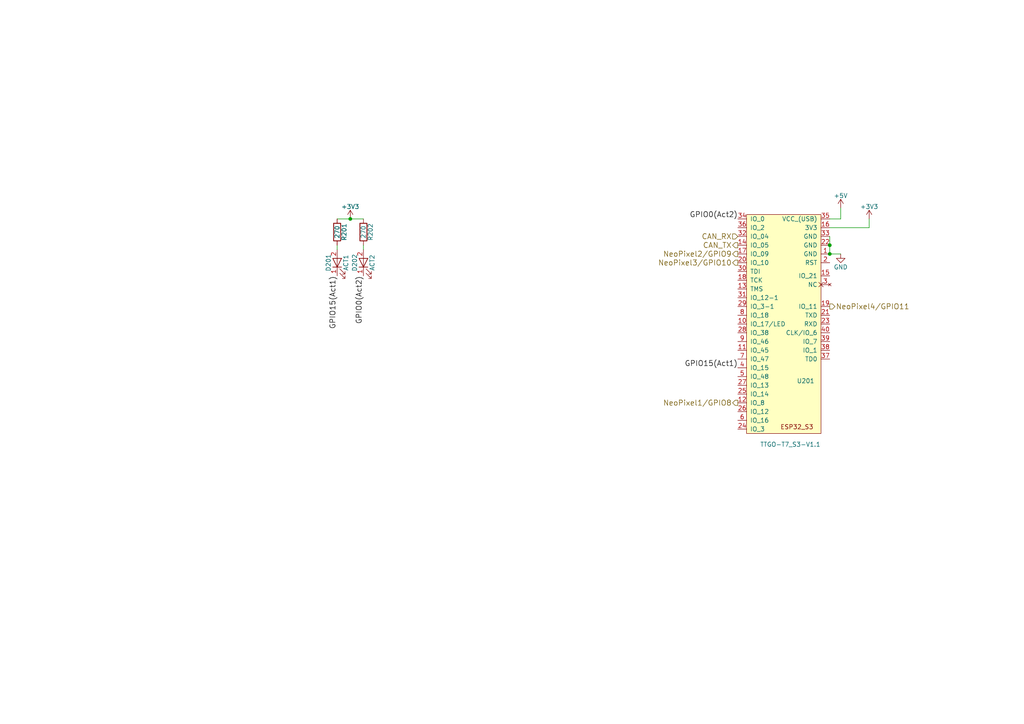
<source format=kicad_sch>
(kicad_sch (version 20211123) (generator eeschema)
  (paper "A4")
  (title_block (title "ESP32 S3 Multifunction Board Universal Turnout") (rev "1.0") (company "Deepwoods Software"))
  (lib_symbols
    (symbol "ESP32-T7S3-QuadNeoPixel-rescue:+3.3V" (power) (pin_names (offset 0))
      (property "Value" "+3.3V" (at 0 3.556 0))
      (symbol "+3.3V_0_1"
        (polyline (pts (xy -0.762 1.27) (xy 0 2.54)))
        (polyline (pts (xy 0 0) (xy 0 2.54)))
        (polyline (pts (xy 0 2.54) (xy 0.762 1.27)))
      )
      (symbol "+3.3V_1_1"
        (pin power_in line (at 0 0 90) (length 0) hide (name "+3V3") (number "1"))
      )
    )
    (symbol "ESP32-T7S3-QuadNeoPixel-rescue:+3V3" (power) (pin_names (offset 0))
      (property "Value" "+3V3" (at 0 3.556 0))
      (symbol "+3V3_0_1"
        (polyline (pts (xy -0.762 1.27) (xy 0 2.54)))
        (polyline (pts (xy 0 0) (xy 0 2.54)))
        (polyline (pts (xy 0 2.54) (xy 0.762 1.27)))
      )
      (symbol "+3V3_1_1"
        (pin power_in line (at 0 0 90) (length 0) hide (name "+3V3") (number "1"))
      )
    )
    (symbol "ESP32-T7S3-QuadNeoPixel-rescue:+5V" (power) (pin_names (offset 0))
      (property "Value" "+5V" (at 0 3.556 0))
      (symbol "+5V_0_1"
        (polyline (pts (xy -0.762 1.27) (xy 0 2.54)))
        (polyline (pts (xy 0 0) (xy 0 2.54)))
        (polyline (pts (xy 0 2.54) (xy 0.762 1.27)))
      )
      (symbol "+5V_1_1"
        (pin power_in line (at 0 0 90) (length 0) hide (name "+5V") (number "1"))
      )
    )
    (symbol "ESP32-T7S3-QuadNeoPixel-rescue:GND" (power) (pin_names (offset 0))
      (property "Value" "GND" (at 0 -3.81 0))
      (symbol "GND_0_1"
        (polyline (pts (xy 0 0) (xy 0 -1.27) (xy 1.27 -1.27) (xy 0 -2.54) (xy -1.27 -1.27) (xy 0 -1.27)))
      )
      (symbol "GND_1_1"
        (pin power_in line (at 0 0 270) (length 0) hide (name "GND") (number "1"))
      )
    )
    (symbol "ESP32-T7S3-QuadNeoPixel-rescue:LED" (pin_names (offset 1.016) hide)
      (property "Reference" "D" (at 0 2.54 0))
      (property "Value" "LED" (at 0 -2.54 0))
      (symbol "LED_0_1"
        (polyline (pts (xy -1.27 -1.27) (xy -1.27 1.27)) (stroke (width 0.2032)))
        (polyline (pts (xy -1.27 0) (xy 1.27 0)))
        (polyline (pts (xy 1.27 -1.27) (xy 1.27 1.27) (xy -1.27 0) (xy 1.27 -1.27)) (stroke (width 0.2032)))
        (polyline (pts (xy -3.048 -0.762) (xy -4.572 -2.286) (xy -3.81 -2.286) (xy -4.572 -2.286) (xy -4.572 -1.524)))
        (polyline (pts (xy -1.778 -0.762) (xy -3.302 -2.286) (xy -2.54 -2.286) (xy -3.302 -2.286) (xy -3.302 -1.524)))
      )
      (symbol "LED_1_1"
        (pin passive line (at -3.81 0 0) (length 2.54) (name "K") (number "1"))
        (pin passive line (at 3.81 0 180) (length 2.54) (name "A") (number "2"))
      )
    )
    (symbol "ESP32-T7S3-QuadNeoPixel-rescue:R" (pin_numbers hide) (pin_names (offset 0))
      (property "Reference" "R" (at 2.032 0 90))
      (property "Value" "R" (at 0 0 90))
      (symbol "R_0_1"
        (rectangle (start -1.016 -2.54) (end 1.016 2.54) (stroke (width 0.254)))
      )
      (symbol "R_1_1"
        (pin passive line (at 0 3.81 270) (length 1.27) (name "~") (number "1"))
        (pin passive line (at 0 -3.81 90) (length 1.27) (name "~") (number "2"))
      )
    )
    (symbol "ESP32_mini:TTGO-T7_S3-V1.1" (pin_names (offset 1.016))
      (property "Reference" "U" (at 6.985 -49.53 0))
      (property "Value" "TTGO-T7_S3-V1.1" (at 2.54 -67.945 0))
      (symbol "TTGO-T7_S3-V1.1_0_0"
        (text "ESP32_S3" (at 4.445 -62.865 0) (effects (font (size 1.27 1.27))))
        (pin power_in line (at 13.97 -12.7 180) (length 2.54) (name "GND") (number "1"))
        (pin input line (at 13.97 -15.24 180) (length 2.54) (name "RST") (number "2"))
        (pin no_connect non_logic (at 13.97 -21.59 180) (length 2.54) (name "NC") (number "3"))
        (pin bidirectional line (at -12.7 -45.72 0) (length 2.54) (name "IO_15") (number "4"))
        (pin bidirectional line (at -12.7 -48.26 0) (length 2.54) (name "IO_48") (number "5"))
      )
      (symbol "TTGO-T7_S3-V1.1_0_1"
        (rectangle (start -10.16 -1.27) (end 11.43 -64.77) (fill (type background)))
      )
      (symbol "TTGO-T7_S3-V1.1_1_1"
        (pin bidirectional line (at -12.7 -33.02 0) (length 2.54) (name "IO_17/LED") (number "10"))
        (pin bidirectional line (at -12.7 -40.64 0) (length 2.54) (name "IO_45") (number "11"))
        (pin bidirectional line (at -12.7 -55.88 0) (length 2.54) (name "IO_8") (number "12"))
        (pin bidirectional line (at -12.7 -22.86 0) (length 2.54) (name "TMS") (number "13"))
        (pin bidirectional line (at -12.7 -10.16 0) (length 2.54) (name "IO_05") (number "14"))
        (pin bidirectional line (at 13.97 -19.05 180) (length 2.54) (name "IO_21") (number "15"))
        (pin power_in line (at 13.97 -5.08 180) (length 2.54) (name "3V3") (number "16"))
        (pin bidirectional line (at -12.7 -12.7 0) (length 2.54) (name "IO_09") (number "17"))
        (pin bidirectional line (at -12.7 -20.32 0) (length 2.54) (name "TCK") (number "18"))
        (pin passive line (at 13.97 -27.94 180) (length 2.54) (name "IO_11") (number "19"))
        (pin bidirectional line (at -12.7 -15.24 0) (length 2.54) (name "IO_10") (number "20"))
        (pin passive line (at 13.97 -30.48 180) (length 2.54) (name "TXD") (number "21"))
        (pin power_in line (at 13.97 -10.16 180) (length 2.54) (name "GND") (number "22"))
        (pin passive line (at 13.97 -33.02 180) (length 2.54) (name "RXD") (number "23"))
        (pin bidirectional line (at -12.7 -63.5 0) (length 2.54) (name "IO_3") (number "24"))
        (pin bidirectional line (at -12.7 -53.34 0) (length 2.54) (name "IO_14") (number "25"))
        (pin bidirectional line (at -12.7 -58.42 0) (length 2.54) (name "IO_12") (number "26"))
        (pin bidirectional line (at -12.7 -50.8 0) (length 2.54) (name "IO_13") (number "27"))
        (pin bidirectional line (at -12.7 -35.56 0) (length 2.54) (name "IO_38") (number "28"))
        (pin bidirectional line (at -12.7 -27.94 0) (length 2.54) (name "IO_3-1") (number "29"))
        (pin bidirectional line (at -12.7 -17.78 0) (length 2.54) (name "TDI") (number "30"))
        (pin bidirectional line (at -12.7 -25.4 0) (length 2.54) (name "IO_12-1") (number "31"))
        (pin bidirectional line (at -12.7 -7.62 0) (length 2.54) (name "IO_04") (number "32"))
        (pin power_in line (at 13.97 -7.62 180) (length 2.54) (name "GND") (number "33"))
        (pin bidirectional line (at -12.7 -2.54 0) (length 2.54) (name "IO_0") (number "34"))
        (pin power_in line (at 13.97 -2.54 180) (length 2.54) (name "VCC_(USB)") (number "35"))
        (pin bidirectional line (at -12.7 -5.08 0) (length 2.54) (name "IO_2") (number "36"))
        (pin passive line (at 13.97 -43.18 180) (length 2.54) (name "TD0") (number "37"))
        (pin passive line (at 13.97 -40.64 180) (length 2.54) (name "IO_1") (number "38"))
        (pin passive line (at 13.97 -38.1 180) (length 2.54) (name "IO_7") (number "39"))
        (pin passive line (at 13.97 -35.56 180) (length 2.54) (name "CLK/IO_6") (number "40"))
        (pin bidirectional line (at -12.7 -60.96 0) (length 2.54) (name "IO_16") (number "6"))
        (pin bidirectional line (at -12.7 -43.18 0) (length 2.54) (name "IO_47") (number "7"))
        (pin bidirectional line (at -12.7 -30.48 0) (length 2.54) (name "IO_18") (number "8"))
        (pin bidirectional line (at -12.7 -38.1 0) (length 2.54) (name "IO_46") (number "9"))
      )
    )
  )
  (junction (at 240.665 73.66))
  (junction (at 240.665 71.12))
  (junction (at 101.6 63.5))
  (wire (pts (xy 97.79 71.12) (xy 97.79 72.39)))
  (wire (pts (xy 97.79 63.5) (xy 101.6 63.5)))
  (wire (pts (xy 243.84 63.5) (xy 240.665 63.5)))
  (wire (pts (xy 252.095 66.04) (xy 252.095 63.5)))
  (wire (pts (xy 240.665 68.58) (xy 240.665 71.12)))
  (wire (pts (xy 101.6 63.5) (xy 105.41 63.5)))
  (wire (pts (xy 240.665 71.12) (xy 240.665 73.66)))
  (wire (pts (xy 105.41 71.12) (xy 105.41 72.39)))
  (wire (pts (xy 243.84 60.325) (xy 243.84 63.5)))
  (wire (pts (xy 240.665 66.04) (xy 252.095 66.04)))
  (wire (pts (xy 240.665 73.66) (xy 243.84 73.66)))
  (label "GPIO0(Act2)" (at 213.995 63.5 180) (effects (font (size 1.524 1.524))))
  (label "GPIO0(Act2)" (at 105.41 80.01 270) (effects (font (size 1.524 1.524))))
  (label "GPIO15(Act1)" (at 97.79 80.01 270) (effects (font (size 1.524 1.524))))
  (label "GPIO15(Act1)" (at 213.995 106.68 180) (effects (font (size 1.524 1.524))))
  (hierarchical_label "NeoPixel3/GPIO10" (shape output) (at 213.995 76.2 180) (effects (font (size 1.524 1.524))))
  (hierarchical_label "CAN_RX" (shape input) (at 213.995 68.58 180) (effects (font (size 1.524 1.524))))
  (hierarchical_label "NeoPixel4/GPIO11" (shape output) (at 240.665 88.9 0) (effects (font (size 1.524 1.524))))
  (hierarchical_label "NeoPixel2/GPIO9" (shape output) (at 213.995 73.66 180) (effects (font (size 1.524 1.524))))
  (hierarchical_label "NeoPixel1/GPIO8" (shape output) (at 213.995 116.84 180) (effects (font (size 1.524 1.524))))
  (hierarchical_label "CAN_TX" (shape output) (at 213.995 71.12 180) (effects (font (size 1.524 1.524))))
  (symbol (lib_id "ESP32-T7S3-QuadNeoPixel-rescue:+3.3V") (at 101.6 63.5 0)
    (property "Reference" "#PWR09" (effects hide))
    (property "Value" "+3.3V" (at 101.6 59.944 0))
  )
  (symbol (lib_id "ESP32-T7S3-QuadNeoPixel-rescue:LED") (at 97.79 76.2 90) (unit 1)
    (property "Reference" "D201" (at 95.25 76.2 0))
    (property "Value" "ACT1" (at 100.33 76.2 0))
    (property "Footprint" "LEDs:LED_0402" (effects hide))
    (property "Mouser Part Number" "710-150040GS73220" (effects hide))
  )
  (symbol (lib_id "ESP32-T7S3-QuadNeoPixel-rescue:R") (at 97.79 67.31 0) (unit 1)
    (property "Reference" "R201" (at 99.822 67.31 90))
    (property "Value" "270" (at 97.79 67.31 90))
    (property "Footprint" "Resistors_SMD:R_0402" (effects hide))
    (property "Mouser Part Number" "754-RR0510P-271D" (effects hide))
  )
  (symbol (lib_id "ESP32-T7S3-QuadNeoPixel-rescue:R") (at 105.41 67.31 0) (unit 1)
    (property "Reference" "R202" (at 107.442 67.31 90))
    (property "Value" "270" (at 105.41 67.31 90))
    (property "Footprint" "Resistors_SMD:R_0402" (effects hide))
    (property "Mouser Part Number" "754-RR0510P-271D" (effects hide))
  )
  (symbol (lib_id "ESP32-T7S3-QuadNeoPixel-rescue:LED") (at 105.41 76.2 90) (unit 1)
    (property "Reference" "D202" (at 102.87 76.2 0))
    (property "Value" "ACT2" (at 107.95 76.2 0))
    (property "Footprint" "LEDs:LED_0402" (effects hide))
    (property "Mouser Part Number" "710-150040SS73220" (effects hide))
  )
  (symbol (lib_id "ESP32_mini:TTGO-T7_S3-V1.1") (at 226.695 60.96 0) (unit 1)
    (property "Reference" "U201" (at 233.68 110.49 0))
    (property "Value" "TTGO-T7_S3-V1.1" (at 229.235 128.905 0))
    (property "Footprint" "ESP32_mini:ESP32_mini" (effects hide))
  )
  (symbol (lib_id "ESP32-T7S3-QuadNeoPixel-rescue:+5V") (at 243.84 60.325 0) (unit 1)
    (property "Reference" "#PWR010" (effects hide))
    (property "Value" "+5V" (at 243.84 56.769 0))
  )
  (symbol (lib_id "ESP32-T7S3-QuadNeoPixel-rescue:+3V3") (at 252.095 63.5 0) (unit 1)
    (property "Reference" "#PWR011" (effects hide))
    (property "Value" "+3V3" (at 252.095 59.944 0))
  )
  (symbol (lib_id "ESP32-T7S3-QuadNeoPixel-rescue:GND") (at 243.84 73.66 0) (unit 1)
    (property "Reference" "#PWR012" (effects hide))
    (property "Value" "GND" (at 243.84 77.47 0))
  )
)
</source>
